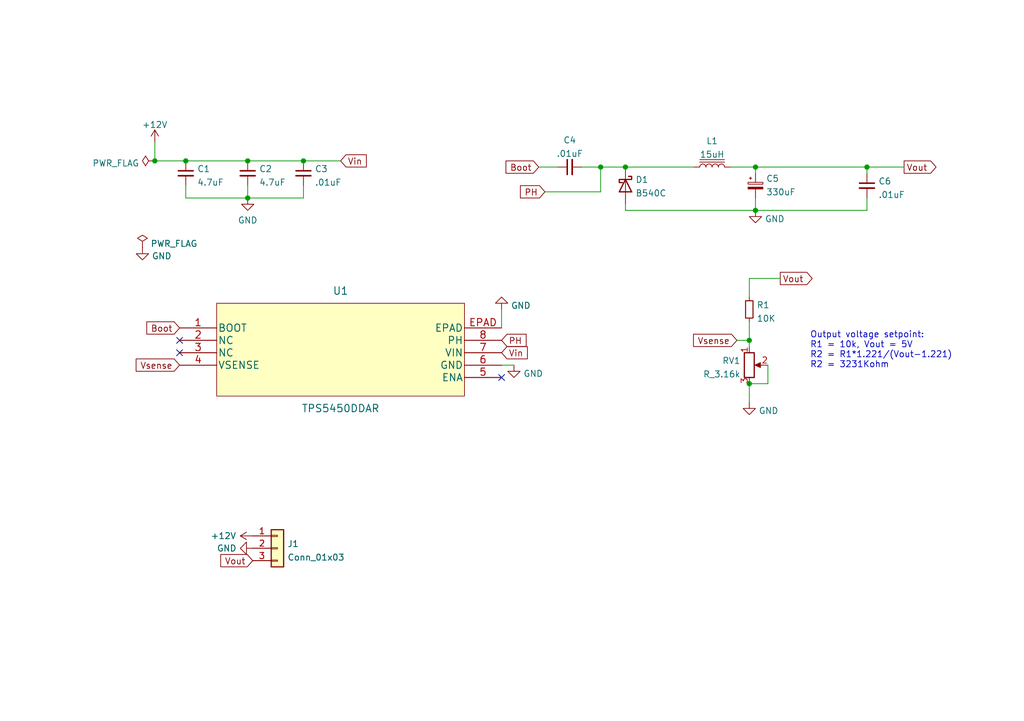
<source format=kicad_sch>
(kicad_sch (version 20211123) (generator eeschema)
  (paper "A5")
  (title_block (title "5V, 5A Buck Regulator") (date "2022-02-27") (rev "v1.0") (comment 1 "General Purpose TPS5450DDAR regulator"))
  (lib_symbols
    (symbol "Connector_Generic:Conn_01x03" (pin_names (offset 1.016) hide)
      (property "Reference" "J" (at 0 5.08 0))
      (property "Value" "Conn_01x03" (at 0 -5.08 0))
      (symbol "Conn_01x03_1_1"
        (rectangle (start -1.27 -2.413) (end 0 -2.667) (stroke (width 0.1524)))
        (rectangle (start -1.27 0.127) (end 0 -0.127) (stroke (width 0.1524)))
        (rectangle (start -1.27 2.667) (end 0 2.413) (stroke (width 0.1524)))
        (rectangle (start -1.27 3.81) (end 1.27 -3.81) (stroke (width 0.254)) (fill (type background)))
        (pin passive line (at -5.08 2.54 0) (length 3.81) (name "Pin_1") (number "1"))
        (pin passive line (at -5.08 0 0) (length 3.81) (name "Pin_2") (number "2"))
        (pin passive line (at -5.08 -2.54 0) (length 3.81) (name "Pin_3") (number "3"))
      )
    )
    (symbol "Device:C_Polarized_Small" (pin_numbers hide) (pin_names (offset 0.254) hide)
      (property "Reference" "C" (at 0.254 1.778 0))
      (property "Value" "C_Polarized_Small" (at 0.254 -2.032 0))
      (symbol "C_Polarized_Small_0_1"
        (rectangle (start -1.524 -0.3048) (end 1.524 -0.6858) (fill (type outline)))
        (rectangle (start -1.524 0.6858) (end 1.524 0.3048))
        (polyline (pts (xy -1.27 1.524) (xy -0.762 1.524)))
        (polyline (pts (xy -1.016 1.27) (xy -1.016 1.778)))
      )
      (symbol "C_Polarized_Small_1_1"
        (pin passive line (at 0 2.54 270) (length 1.8542) (name "~") (number "1"))
        (pin passive line (at 0 -2.54 90) (length 1.8542) (name "~") (number "2"))
      )
    )
    (symbol "Device:C_Small" (pin_numbers hide) (pin_names (offset 0.254) hide)
      (property "Reference" "C" (at 0.254 1.778 0))
      (property "Value" "C_Small" (at 0.254 -2.032 0))
      (symbol "C_Small_0_1"
        (polyline (pts (xy -1.524 -0.508) (xy 1.524 -0.508)) (stroke (width 0.3302)))
        (polyline (pts (xy -1.524 0.508) (xy 1.524 0.508)) (stroke (width 0.3048)))
      )
      (symbol "C_Small_1_1"
        (pin passive line (at 0 2.54 270) (length 2.032) (name "~") (number "1"))
        (pin passive line (at 0 -2.54 90) (length 2.032) (name "~") (number "2"))
      )
    )
    (symbol "Device:D_Schottky" (pin_numbers hide) (pin_names (offset 1.016) hide)
      (property "Reference" "D" (at 0 2.54 0))
      (property "Value" "D_Schottky" (at 0 -2.54 0))
      (symbol "D_Schottky_0_1"
        (polyline (pts (xy 1.27 0) (xy -1.27 0)))
        (polyline (pts (xy 1.27 1.27) (xy 1.27 -1.27) (xy -1.27 0) (xy 1.27 1.27)) (stroke (width 0.254)))
        (polyline (pts (xy -1.905 0.635) (xy -1.905 1.27) (xy -1.27 1.27) (xy -1.27 -1.27) (xy -0.635 -1.27) (xy -0.635 -0.635)) (stroke (width 0.254)))
      )
      (symbol "D_Schottky_1_1"
        (pin passive line (at -3.81 0 0) (length 2.54) (name "K") (number "1"))
        (pin passive line (at 3.81 0 180) (length 2.54) (name "A") (number "2"))
      )
    )
    (symbol "Device:L_Iron" (pin_numbers hide) (pin_names (offset 1.016) hide)
      (property "Reference" "L" (at -1.27 0 90))
      (property "Value" "L_Iron" (at 2.794 0 90))
      (symbol "L_Iron_0_1"
        (arc (start 0 -2.54) (mid 0.635 -1.905) (end 0 -1.27))
        (arc (start 0 -1.27) (mid 0.635 -0.635) (end 0 0))
        (polyline (pts (xy 1.016 2.54) (xy 1.016 -2.54)))
        (polyline (pts (xy 1.524 -2.54) (xy 1.524 2.54)))
        (arc (start 0 0) (mid 0.635 0.635) (end 0 1.27))
        (arc (start 0 1.27) (mid 0.635 1.905) (end 0 2.54))
      )
      (symbol "L_Iron_1_1"
        (pin passive line (at 0 3.81 270) (length 1.27) (name "1") (number "1"))
        (pin passive line (at 0 -3.81 90) (length 1.27) (name "2") (number "2"))
      )
    )
    (symbol "Device:R_Potentiometer" (pin_names (offset 1.016) hide)
      (property "Reference" "RV" (at -4.445 0 90))
      (property "Value" "R_Potentiometer" (at -2.54 0 90))
      (symbol "R_Potentiometer_0_1"
        (polyline (pts (xy 2.54 0) (xy 1.524 0)))
        (polyline (pts (xy 1.143 0) (xy 2.286 0.508) (xy 2.286 -0.508) (xy 1.143 0)) (fill (type outline)))
        (rectangle (start 1.016 2.54) (end -1.016 -2.54) (stroke (width 0.254)))
      )
      (symbol "R_Potentiometer_1_1"
        (pin passive line (at 0 3.81 270) (length 1.27) (name "1") (number "1"))
        (pin passive line (at 3.81 0 180) (length 1.27) (name "2") (number "2"))
        (pin passive line (at 0 -3.81 90) (length 1.27) (name "3") (number "3"))
      )
    )
    (symbol "Device:R_Small" (pin_numbers hide) (pin_names (offset 0.254) hide)
      (property "Reference" "R" (at 0.762 0.508 0))
      (property "Value" "R_Small" (at 0.762 -1.016 0))
      (symbol "R_Small_0_1"
        (rectangle (start -0.762 1.778) (end 0.762 -1.778) (stroke (width 0.2032)))
      )
      (symbol "R_Small_1_1"
        (pin passive line (at 0 2.54 270) (length 0.762) (name "~") (number "1"))
        (pin passive line (at 0 -2.54 90) (length 0.762) (name "~") (number "2"))
      )
    )
    (symbol "Texas_Instruments_Regulator:TPS5450QDDARQ1" (pin_names (offset 0.254))
      (property "Reference" "U" (at 33.02 10.16 0))
      (property "Value" "TPS5450QDDARQ1" (at 33.02 7.62 0))
      (symbol "TPS5450QDDARQ1_1_1"
        (rectangle (start 7.62 5.08) (end 58.42 -13.97) (stroke (width 0.1524)) (fill (type background)))
        (pin unspecified line (at 0 0 0) (length 7.62) (name "BOOT") (number "1"))
        (pin unspecified line (at 0 -2.54 0) (length 7.62) (name "NC") (number "2"))
        (pin unspecified line (at 0 -5.08 0) (length 7.62) (name "NC") (number "3"))
        (pin output line (at 0 -7.62 0) (length 7.62) (name "VSENSE") (number "4"))
        (pin unspecified line (at 66.04 -10.16 180) (length 7.62) (name "ENA") (number "5"))
        (pin power_in line (at 66.04 -7.62 180) (length 7.62) (name "GND") (number "6"))
        (pin input line (at 66.04 -5.08 180) (length 7.62) (name "VIN") (number "7"))
        (pin bidirectional line (at 66.04 -2.54 180) (length 7.62) (name "PH") (number "8"))
        (pin unspecified line (at 66.04 0 180) (length 7.62) (name "EPAD") (number "EPAD"))
      )
    )
    (symbol "power:+12V" (power) (pin_names (offset 0))
      (property "Value" "+12V" (at 0 3.556 0))
      (symbol "+12V_0_1"
        (polyline (pts (xy -0.762 1.27) (xy 0 2.54)))
        (polyline (pts (xy 0 0) (xy 0 2.54)))
        (polyline (pts (xy 0 2.54) (xy 0.762 1.27)))
      )
      (symbol "+12V_1_1"
        (pin power_in line (at 0 0 90) (length 0) hide (name "+12V") (number "1"))
      )
    )
    (symbol "power:GND" (power) (pin_names (offset 0))
      (property "Value" "GND" (at 0 -3.81 0))
      (symbol "GND_0_1"
        (polyline (pts (xy 0 0) (xy 0 -1.27) (xy 1.27 -1.27) (xy 0 -2.54) (xy -1.27 -1.27) (xy 0 -1.27)))
      )
      (symbol "GND_1_1"
        (pin power_in line (at 0 0 270) (length 0) hide (name "GND") (number "1"))
      )
    )
    (symbol "power:PWR_FLAG" (power) (pin_numbers hide) (pin_names (offset 0) hide)
      (property "Value" "PWR_FLAG" (at 0 3.81 0))
      (symbol "PWR_FLAG_0_0"
        (pin power_out line (at 0 0 90) (length 0) (name "pwr") (number "1"))
      )
      (symbol "PWR_FLAG_0_1"
        (polyline (pts (xy 0 0) (xy 0 1.27) (xy -1.016 1.905) (xy 0 2.54) (xy 1.016 1.905) (xy 0 1.27)))
      )
    )
  )
  (junction (at 128.27 34.29))
  (junction (at 38.1 33.02))
  (junction (at 153.67 78.74))
  (junction (at 154.94 34.29))
  (junction (at 123.19 34.29))
  (junction (at 62.23 33.02))
  (junction (at 154.94 43.18))
  (junction (at 31.75 33.02))
  (junction (at 153.67 69.85))
  (junction (at 50.8 40.64))
  (junction (at 177.8 34.29))
  (junction (at 50.8 33.02))
  (no_connect (at 36.83 69.85))
  (no_connect (at 36.83 72.39))
  (no_connect (at 102.87 77.47))
  (wire (pts (xy 128.27 34.29) (xy 142.24 34.29)))
  (wire (pts (xy 119.38 34.29) (xy 123.19 34.29)))
  (wire (pts (xy 154.94 43.18) (xy 128.27 43.18)))
  (wire (pts (xy 111.76 39.37) (xy 123.19 39.37)))
  (wire (pts (xy 31.75 33.02) (xy 38.1 33.02)))
  (wire (pts (xy 62.23 40.64) (xy 62.23 38.1)))
  (wire (pts (xy 151.13 69.85) (xy 153.67 69.85)))
  (wire (pts (xy 110.49 34.29) (xy 114.3 34.29)))
  (wire (pts (xy 153.67 69.85) (xy 153.67 71.12)))
  (wire (pts (xy 38.1 40.64) (xy 50.8 40.64)))
  (wire (pts (xy 50.8 40.64) (xy 62.23 40.64)))
  (wire (pts (xy 128.27 43.18) (xy 128.27 41.91)))
  (wire (pts (xy 157.48 78.74) (xy 153.67 78.74)))
  (wire (pts (xy 157.48 74.93) (xy 157.48 78.74)))
  (wire (pts (xy 154.94 40.64) (xy 154.94 43.18)))
  (wire (pts (xy 102.87 74.93) (xy 105.41 74.93)))
  (wire (pts (xy 177.8 34.29) (xy 185.42 34.29)))
  (wire (pts (xy 38.1 33.02) (xy 50.8 33.02)))
  (wire (pts (xy 153.67 66.04) (xy 153.67 69.85)))
  (wire (pts (xy 177.8 40.64) (xy 177.8 43.18)))
  (wire (pts (xy 160.02 57.15) (xy 153.67 57.15)))
  (wire (pts (xy 50.8 33.02) (xy 62.23 33.02)))
  (wire (pts (xy 177.8 43.18) (xy 154.94 43.18)))
  (wire (pts (xy 153.67 57.15) (xy 153.67 60.96)))
  (wire (pts (xy 177.8 34.29) (xy 177.8 35.56)))
  (wire (pts (xy 153.67 78.74) (xy 153.67 82.55)))
  (wire (pts (xy 31.75 29.21) (xy 31.75 33.02)))
  (wire (pts (xy 123.19 34.29) (xy 128.27 34.29)))
  (wire (pts (xy 123.19 39.37) (xy 123.19 34.29)))
  (wire (pts (xy 38.1 38.1) (xy 38.1 40.64)))
  (wire (pts (xy 62.23 33.02) (xy 69.85 33.02)))
  (wire (pts (xy 102.87 63.5) (xy 102.87 67.31)))
  (wire (pts (xy 154.94 34.29) (xy 154.94 35.56)))
  (wire (pts (xy 50.8 38.1) (xy 50.8 40.64)))
  (wire (pts (xy 154.94 34.29) (xy 177.8 34.29)))
  (wire (pts (xy 149.86 34.29) (xy 154.94 34.29)))
  (text "Output voltage setpoint:\nR1 = 10k, Vout = 5V\nR2 = R1*1.221/(Vout-1.221)\nR2 = 3231Kohm" (at 166.116 75.692 0) (effects (font (size 1.27 1.27)) (justify left bottom)))
  (global_label "Boot" (shape input) (at 110.49 34.29 180) (property "Intersheet References" "${INTERSHEET_REFS}" (effects hide)))
  (global_label "Vsense" (shape input) (at 151.13 69.85 180) (property "Intersheet References" "${INTERSHEET_REFS}" (effects hide)))
  (global_label "Vsense" (shape input) (at 36.83 74.93 180) (property "Intersheet References" "${INTERSHEET_REFS}" (effects hide)))
  (global_label "Boot" (shape input) (at 36.83 67.31 180) (property "Intersheet References" "${INTERSHEET_REFS}" (effects hide)))
  (global_label "Vin" (shape input) (at 69.85 33.02 0) (property "Intersheet References" "${INTERSHEET_REFS}" (effects hide)))
  (global_label "Vout" (shape output) (at 160.02 57.15 0) (property "Intersheet References" "${INTERSHEET_REFS}" (effects hide)))
  (global_label "Vin" (shape input) (at 102.87 72.39 0) (property "Intersheet References" "${INTERSHEET_REFS}" (effects hide)))
  (global_label "PH" (shape input) (at 111.76 39.37 180) (property "Intersheet References" "${INTERSHEET_REFS}" (effects hide)))
  (global_label "Vout" (shape input) (at 51.816 115.062 180) (property "Intersheet References" "${INTERSHEET_REFS}" (effects hide)))
  (global_label "Vout" (shape output) (at 185.42 34.29 0) (property "Intersheet References" "${INTERSHEET_REFS}" (effects hide)))
  (global_label "PH" (shape input) (at 102.87 69.85 0) (property "Intersheet References" "${INTERSHEET_REFS}" (effects hide)))
  (symbol (lib_id "Device:C_Small") (at 50.8 35.56 0) (unit 1)
    (property "Reference" "C2" (at 53.1241 34.6578 0) (effects (justify left)))
    (property "Value" "4.7uF" (at 53.1241 37.4329 0) (effects (justify left)))
    (property "Footprint" "Capacitor_SMD:C_0805_2012Metric_Pad1.18x1.45mm_HandSolder" (effects hide))
  )
  (symbol (lib_id "Device:C_Small") (at 62.23 35.56 0) (unit 1)
    (property "Reference" "C3" (at 64.5541 34.6578 0) (effects (justify left)))
    (property "Value" ".01uF" (at 64.5541 37.4329 0) (effects (justify left)))
    (property "Footprint" "Capacitor_SMD:C_0603_1608Metric_Pad1.08x0.95mm_HandSolder" (effects hide))
  )
  (symbol (lib_id "power:PWR_FLAG") (at 31.75 33.02 90) (unit 1)
    (property "Reference" "#FLG02" (effects hide))
    (property "Value" "PWR_FLAG" (at 28.5751 33.499 90) (effects (justify left)))
  )
  (symbol (lib_id "power:PWR_FLAG") (at 29.21 50.8 0) (unit 1)
    (property "Reference" "#FLG01" (effects hide))
    (property "Value" "PWR_FLAG" (at 30.861 50.009 0) (effects (justify left)))
  )
  (symbol (lib_id "power:GND") (at 51.816 112.522 270) (unit 1)
    (property "Reference" "#PWR0102" (effects hide))
    (property "Value" "GND" (at 44.45 112.522 90) (effects (justify left)))
  )
  (symbol (lib_id "Connector_Generic:Conn_01x03") (at 56.896 112.522 0) (unit 1)
    (property "Reference" "J1" (at 58.928 111.6135 0) (effects (justify left)))
    (property "Value" "Conn_01x03" (at 58.928 114.3886 0) (effects (justify left)))
    (property "Footprint" "Custom:PinHeader_1x03_P2.54mm_Horizontal" (effects hide))
  )
  (symbol (lib_id "power:GND") (at 154.94 43.18 0) (unit 1)
    (property "Reference" "#PWR07" (effects hide))
    (property "Value" "GND" (at 156.845 44.929 0) (effects (justify left)))
  )
  (symbol (lib_id "Device:D_Schottky") (at 128.27 38.1 270) (unit 1)
    (property "Reference" "D1" (at 130.302 36.874 90) (effects (justify left)))
    (property "Value" "B540C" (at 130.302 39.6491 90) (effects (justify left)))
    (property "Footprint" "Diode_SMD:D_MELF_Handsoldering" (effects hide))
  )
  (symbol (lib_id "Device:R_Small") (at 153.67 63.5 0) (unit 1)
    (property "Reference" "R1" (at 155.1686 62.5915 0) (effects (justify left)))
    (property "Value" "10K" (at 155.1686 65.3666 0) (effects (justify left)))
    (property "Footprint" "Resistor_SMD:R_0805_2012Metric_Pad1.20x1.40mm_HandSolder" (effects hide))
  )
  (symbol (lib_id "Device:L_Iron") (at 146.05 34.29 90) (unit 1)
    (property "Reference" "L1" (at 146.05 28.9265 90))
    (property "Value" "15uH" (at 146.05 31.7016 90))
    (property "Footprint" "Inductor_Coilcraft:SER2918H-103KL" (effects hide))
  )
  (symbol (lib_id "power:+12V") (at 51.816 109.982 90) (unit 1)
    (property "Reference" "#PWR0101" (effects hide))
    (property "Value" "+12V" (at 43.18 109.982 90) (effects (justify right)))
  )
  (symbol (lib_id "Device:R_Potentiometer") (at 153.67 74.93 0) (unit 1)
    (property "Reference" "RV1" (at 151.892 74.0215 0) (effects (justify right)))
    (property "Value" "R_3.16k" (at 151.892 76.7966 0) (effects (justify right)))
    (property "Footprint" "Potentiometer_Imported:GF063P1" (effects hide))
  )
  (symbol (lib_id "Device:C_Small") (at 116.84 34.29 90) (unit 1)
    (property "Reference" "C4" (at 116.8463 28.7614 90))
    (property "Value" ".01uF" (at 116.8463 31.5365 90))
    (property "Footprint" "Capacitor_SMD:C_0603_1608Metric_Pad1.08x0.95mm_HandSolder" (effects hide))
  )
  (symbol (lib_id "power:GND") (at 102.87 63.5 180) (unit 1)
    (property "Reference" "#PWR04" (effects hide))
    (property "Value" "GND" (at 104.775 62.709 0) (effects (justify right)))
  )
  (symbol (lib_id "Device:C_Polarized_Small") (at 154.94 38.1 0) (unit 1)
    (property "Reference" "C5" (at 157.099 36.6454 0) (effects (justify left)))
    (property "Value" "330uF" (at 157.099 39.4205 0) (effects (justify left)))
    (property "Footprint" "Capacitor_Tantalum_SMD:CP_EIA-7343-15_Kemet-W_Pad2.25x2.55mm_HandSolder" (effects hide))
  )
  (symbol (lib_id "Device:C_Small") (at 177.8 38.1 0) (unit 1)
    (property "Reference" "C6" (at 180.1241 37.1978 0) (effects (justify left)))
    (property "Value" ".01uF" (at 180.1241 39.9729 0) (effects (justify left)))
    (property "Footprint" "Capacitor_SMD:C_0603_1608Metric_Pad1.08x0.95mm_HandSolder" (effects hide))
  )
  (symbol (lib_id "Texas_Instruments_Regulator:TPS5450QDDARQ1") (at 36.83 67.31 0) (unit 1)
    (property "Reference" "U1" (at 69.85 59.69 0) (effects (font (size 1.524 1.524))))
    (property "Value" "TPS5450DDAR" (at 69.85 83.82 0) (effects (font (size 1.524 1.524))))
    (property "Footprint" "VReg:TPS5450DDAR" (effects hide))
  )
  (symbol (lib_id "Device:C_Small") (at 38.1 35.56 0) (unit 1)
    (property "Reference" "C1" (at 40.4241 34.6578 0) (effects (justify left)))
    (property "Value" "4.7uF" (at 40.4241 37.4329 0) (effects (justify left)))
    (property "Footprint" "Capacitor_SMD:C_0805_2012Metric_Pad1.18x1.45mm_HandSolder" (effects hide))
  )
  (symbol (lib_id "power:GND") (at 50.8 40.64 0) (unit 1)
    (property "Reference" "#PWR03" (effects hide))
    (property "Value" "GND" (at 50.8 45.2025 0))
  )
  (symbol (lib_id "power:GND") (at 153.67 82.55 0) (unit 1)
    (property "Reference" "#PWR06" (effects hide))
    (property "Value" "GND" (at 155.575 84.299 0) (effects (justify left)))
  )
  (symbol (lib_id "power:+12V") (at 31.75 29.21 0) (unit 1)
    (property "Reference" "#PWR02" (effects hide))
    (property "Value" "+12V" (at 31.75 25.6055 0))
  )
  (symbol (lib_id "power:GND") (at 105.41 74.93 0) (unit 1)
    (property "Reference" "#PWR05" (effects hide))
    (property "Value" "GND" (at 107.315 76.679 0) (effects (justify left)))
  )
  (symbol (lib_id "power:GND") (at 29.21 50.8 0) (unit 1)
    (property "Reference" "#PWR01" (effects hide))
    (property "Value" "GND" (at 31.115 52.549 0) (effects (justify left)))
  )
)
</source>
